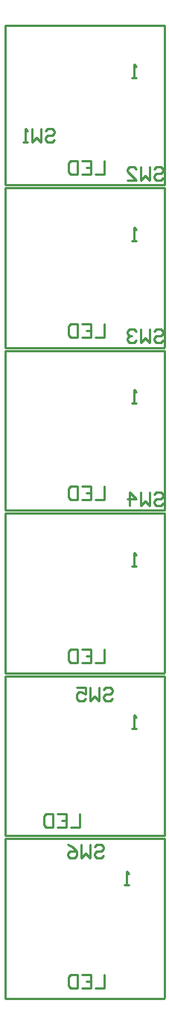
<source format=gbo>
%FSLAX25Y25*%
%MOIN*%
G70*
G01*
G75*
G04 Layer_Color=32896*
%ADD10R,0.03937X0.05118*%
%ADD11R,0.05118X0.03937*%
%ADD12R,0.04331X0.03543*%
%ADD13C,0.00800*%
%ADD14C,0.01200*%
%ADD15C,0.06000*%
%ADD16C,0.08700*%
%ADD17C,0.15700*%
%ADD18C,0.08000*%
%ADD19C,0.05906*%
%ADD20R,0.05906X0.05906*%
%ADD21R,0.06000X0.06000*%
%ADD22R,0.06000X0.06000*%
%ADD23C,0.05000*%
%ADD24C,0.01000*%
%ADD25C,0.00984*%
%ADD26C,0.00787*%
%ADD27C,0.02500*%
%ADD28C,0.00600*%
%ADD29R,0.04737X0.05918*%
%ADD30R,0.05918X0.04737*%
%ADD31R,0.05131X0.04343*%
%ADD32C,0.06800*%
%ADD33C,0.09500*%
%ADD34C,0.16500*%
%ADD35C,0.08800*%
%ADD36C,0.06706*%
%ADD37R,0.06706X0.06706*%
%ADD38R,0.06800X0.06800*%
%ADD39R,0.06800X0.06800*%
%ADD40C,0.05800*%
D24*
X275500Y698250D02*
X275750Y698500D01*
Y769500D01*
X204500Y698250D02*
X275500D01*
X204500D02*
Y769500D01*
X275750D01*
X275500Y408250D02*
X275750Y408500D01*
Y479500D01*
X204500Y408250D02*
X275500D01*
X204500D02*
Y479500D01*
X275750D01*
X275500Y335750D02*
X275750Y336000D01*
Y407000D01*
X204500Y335750D02*
X275500D01*
X204500D02*
Y407000D01*
X275750D01*
X275500Y625750D02*
X275750Y626000D01*
Y697000D01*
X204500Y625750D02*
X275500D01*
X204500D02*
Y697000D01*
X275750D01*
X275500Y553250D02*
X275750Y553500D01*
Y624500D01*
X204500Y553250D02*
X275500D01*
X204500D02*
Y624500D01*
X275750D01*
X275500Y480750D02*
X275750Y481000D01*
Y552000D01*
X204500Y480750D02*
X275500D01*
X204500D02*
Y552000D01*
X275750D01*
X222501Y722498D02*
X223501Y723498D01*
X225500D01*
X226500Y722498D01*
Y721499D01*
X225500Y720499D01*
X223501D01*
X222501Y719499D01*
Y718500D01*
X223501Y717500D01*
X225500D01*
X226500Y718500D01*
X220502Y723498D02*
Y717500D01*
X218503Y719499D01*
X216503Y717500D01*
Y723498D01*
X214504Y717500D02*
X212505D01*
X213504D01*
Y723498D01*
X214504Y722498D01*
X271201Y705498D02*
X272201Y706498D01*
X274200D01*
X275200Y705498D01*
Y704499D01*
X274200Y703499D01*
X272201D01*
X271201Y702499D01*
Y701500D01*
X272201Y700500D01*
X274200D01*
X275200Y701500D01*
X269202Y706498D02*
Y700500D01*
X267203Y702499D01*
X265203Y700500D01*
Y706498D01*
X259205Y700500D02*
X263204D01*
X259205Y704499D01*
Y705498D01*
X260205Y706498D01*
X262204D01*
X263204Y705498D01*
X271201Y632998D02*
X272201Y633998D01*
X274200D01*
X275200Y632998D01*
Y631999D01*
X274200Y630999D01*
X272201D01*
X271201Y629999D01*
Y629000D01*
X272201Y628000D01*
X274200D01*
X275200Y629000D01*
X269202Y633998D02*
Y628000D01*
X267203Y629999D01*
X265203Y628000D01*
Y633998D01*
X263204Y632998D02*
X262204Y633998D01*
X260205D01*
X259205Y632998D01*
Y631999D01*
X260205Y630999D01*
X261205D01*
X260205D01*
X259205Y629999D01*
Y629000D01*
X260205Y628000D01*
X262204D01*
X263204Y629000D01*
X271201Y560498D02*
X272201Y561498D01*
X274200D01*
X275200Y560498D01*
Y559499D01*
X274200Y558499D01*
X272201D01*
X271201Y557499D01*
Y556500D01*
X272201Y555500D01*
X274200D01*
X275200Y556500D01*
X269202Y561498D02*
Y555500D01*
X267203Y557499D01*
X265203Y555500D01*
Y561498D01*
X260205Y555500D02*
Y561498D01*
X263204Y558499D01*
X259205D01*
X248501Y473498D02*
X249501Y474498D01*
X251500D01*
X252500Y473498D01*
Y472499D01*
X251500Y471499D01*
X249501D01*
X248501Y470499D01*
Y469500D01*
X249501Y468500D01*
X251500D01*
X252500Y469500D01*
X246502Y474498D02*
Y468500D01*
X244503Y470499D01*
X242503Y468500D01*
Y474498D01*
X236505D02*
X240504D01*
Y471499D01*
X238505Y472499D01*
X237505D01*
X236505Y471499D01*
Y469500D01*
X237505Y468500D01*
X239504D01*
X240504Y469500D01*
X244501Y403498D02*
X245501Y404498D01*
X247500D01*
X248500Y403498D01*
Y402499D01*
X247500Y401499D01*
X245501D01*
X244501Y400499D01*
Y399500D01*
X245501Y398500D01*
X247500D01*
X248500Y399500D01*
X242502Y404498D02*
Y398500D01*
X240503Y400499D01*
X238503Y398500D01*
Y404498D01*
X232505D02*
X234505Y403498D01*
X236504Y401499D01*
Y399500D01*
X235504Y398500D01*
X233505D01*
X232505Y399500D01*
Y400499D01*
X233505Y401499D01*
X236504D01*
X263250Y746000D02*
X261251D01*
X262250D01*
Y751998D01*
X263250Y750998D01*
X248750Y708998D02*
Y703000D01*
X244751D01*
X238753Y708998D02*
X242752D01*
Y703000D01*
X238753D01*
X242752Y705999D02*
X240753D01*
X236754Y708998D02*
Y703000D01*
X233755D01*
X232755Y704000D01*
Y707998D01*
X233755Y708998D01*
X236754D01*
X263250Y456000D02*
X261251D01*
X262250D01*
Y461998D01*
X263250Y460998D01*
X238000Y417998D02*
Y412000D01*
X234001D01*
X228003Y417998D02*
X232002D01*
Y412000D01*
X228003D01*
X232002Y414999D02*
X230003D01*
X226004Y417998D02*
Y412000D01*
X223005D01*
X222005Y413000D01*
Y416998D01*
X223005Y417998D01*
X226004D01*
X260000Y386500D02*
X258001D01*
X259000D01*
Y392498D01*
X260000Y391498D01*
X248750Y346498D02*
Y340500D01*
X244751D01*
X238753Y346498D02*
X242752D01*
Y340500D01*
X238753D01*
X242752Y343499D02*
X240753D01*
X236754Y346498D02*
Y340500D01*
X233755D01*
X232755Y341500D01*
Y345498D01*
X233755Y346498D01*
X236754D01*
X263250Y673500D02*
X261251D01*
X262250D01*
Y679498D01*
X263250Y678498D01*
X248750Y636498D02*
Y630500D01*
X244751D01*
X238753Y636498D02*
X242752D01*
Y630500D01*
X238753D01*
X242752Y633499D02*
X240753D01*
X236754Y636498D02*
Y630500D01*
X233755D01*
X232755Y631500D01*
Y635498D01*
X233755Y636498D01*
X236754D01*
X263250Y601000D02*
X261251D01*
X262250D01*
Y606998D01*
X263250Y605998D01*
X248750Y563998D02*
Y558000D01*
X244751D01*
X238753Y563998D02*
X242752D01*
Y558000D01*
X238753D01*
X242752Y560999D02*
X240753D01*
X236754Y563998D02*
Y558000D01*
X233755D01*
X232755Y559000D01*
Y562998D01*
X233755Y563998D01*
X236754D01*
X263250Y528500D02*
X261251D01*
X262250D01*
Y534498D01*
X263250Y533498D01*
X248750Y491498D02*
Y485500D01*
X244751D01*
X238753Y491498D02*
X242752D01*
Y485500D01*
X238753D01*
X242752Y488499D02*
X240753D01*
X236754Y491498D02*
Y485500D01*
X233755D01*
X232755Y486500D01*
Y490498D01*
X233755Y491498D01*
X236754D01*
M02*

</source>
